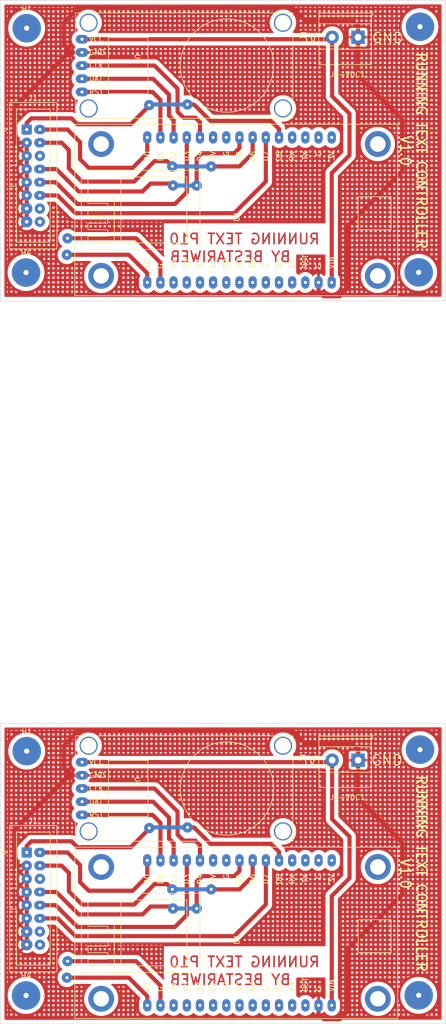
<source format=kicad_pcb>
(kicad_pcb (version 20211014) (generator pcbnew)
  (title_block (title "HYBRID PLTS MONITORING") (date "2022-06-26") (rev "0") (company "BESTARIWEB"))
  (layers (0 "F.Cu" signal) (31 "B.Cu" signal) (34 "B.Paste" user) (35 "F.Paste" user) (36 "B.SilkS" user "B.Silkscreen") (37 "F.SilkS" user "F.Silkscreen") (38 "B.Mask" user) (39 "F.Mask" user) (44 "Edge.Cuts" user))
  (net 0 "")
  (net 1 "unconnected-(U1-Pad1)")
  (net 2 "unconnected-(U1-Pad2)")
  (net 3 "GPIO2")
  (net 5 "GPIO16")
  (net 6 "GPIO14")
  (net 7 "GPIO12")
  (net 8 "GPIO13")
  (net 9 "GND")
  (net 10 "GPIO15")
  (net 11 "GPIO0")
  (net 12 "GPIO4 SDA")
  (net 13 "RXD")
  (net 14 "TXD")
  (net 15 "GPIO5 SCL")
  (net 16 "5v")
  (footprint "MountingHole:MountingHole_3.2mm_M3_ISO14580_Pad" (layer "F.Cu") (at 67.818 28.0992)
    (fp_text reference "H1" (at 0 -3.75) (layer "F.SilkS"))
    (fp_text value " ")
    (pad "1" thru_hole circle locked (at 0 0) (size 5.5 5.5) (drill 1) (layers *.Cu *.Mask))
  )
  (footprint "Connector_IDC:IDC-Header_2x08_P2.54mm_Vertical" (layer "F.Cu") (at 67.818 47.625)
    (fp_text reference "J1" (at 1.27 -6.1) (layer "F.SilkS"))
    (fp_text value "P10")
    (pad "1" thru_hole roundrect locked (at 0 0) (size 2 2) (drill 0.6) (layers *.Cu *.Mask) (roundrect_rratio 0.147059) (net 10 "GPIO15"))
    (pad "2" thru_hole oval locked (at 2.54 0) (size 2.2 1.8) (drill 0.6) (layers *.Cu *.Mask) (net 5 "GPIO16"))
    (pad "3" thru_hole circle locked (at 0 2.54) (size 2 2) (drill 0.7) (layers *.Cu *.Mask) (net 9 "GND"))
    (pad "4" thru_hole oval locked (at 2.54 2.54) (size 2.2 1.8) (drill 0.6) (layers *.Cu *.Mask) (net 7 "GPIO12"))
    (pad "5" thru_hole circle locked (at 0 5.08) (size 2 2) (drill 0.7) (layers *.Cu *.Mask) (net 9 "GND"))
    (pad "6" thru_hole circle locked (at 2.54 5.08) (size 2 2) (drill 0.8) (layers *.Cu *.Mask))
    (pad "7" thru_hole circle locked (at 0 7.62) (size 2 2) (drill 0.7) (layers *.Cu *.Mask) (net 9 "GND"))
    (pad "8" thru_hole oval locked (at 2.54 7.62) (size 2.2 1.7) (drill 0.6) (layers *.Cu *.Mask) (net 6 "GPIO14"))
    (pad "9" thru_hole circle locked (at 0 10.16) (size 2 2) (drill 0.7) (layers *.Cu *.Mask) (net 9 "GND"))
    (pad "10" thru_hole oval locked (at 2.54 10.16) (size 2.2 1.7) (drill 0.6) (layers *.Cu *.Mask) (net 11 "GPIO0"))
    (pad "11" thru_hole circle locked (at 0 12.7) (size 2 2) (drill 0.7) (layers *.Cu *.Mask) (net 9 "GND"))
    (pad "12" thru_hole oval locked (at 2.54 12.7) (size 2.2 1.7) (drill 0.6) (layers *.Cu *.Mask) (net 8 "GPIO13"))
    (pad "13" thru_hole circle locked (at 0 15.24) (size 2.2 2.2) (drill 0.7) (layers *.Cu *.Mask) (net 9 "GND"))
    (pad "14" thru_hole circle locked (at 2.54 15.24) (size 2 2) (drill 0.8) (layers *.Cu *.Mask))
    (pad "15" thru_hole circle locked (at 0 17.78) (size 2.2 2.2) (drill 0.7) (layers *.Cu *.Mask) (net 9 "GND"))
    (pad "16" thru_hole circle locked (at 2.54 17.78) (size 2 2) (drill 0.8) (layers *.Cu *.Mask))
  )
  (footprint "Module:NodeMCU_Lolin_V3" (layer "F.Cu") (at 108.839 64.389 90)
    (fp_text reference "U1" (at 0 -0.5 90 unlocked) (layer "F.SilkS"))
    (fp_text value "NODEMCU_V3")
    (fp_text user "RST" (at -10.16 12.7 90 unlocked) (layer "F.SilkS") (effects (justify left)))
    (fp_text user "SC" (at -10.16 0 90 unlocked) (layer "F.SilkS") (effects (justify left)))
    (fp_text user "3V" (at 12.7 -5.08 90 unlocked) (layer "F.SilkS") (effects (justify right)))
    (fp_text user "D7" (at 12.7 5.08 90 unlocked) (layer "F.SilkS") (effects (justify right)))
    (fp_text user "D5" (at 12.7 0 90 unlocked) (layer "F.SilkS") (effects (justify right)))
    (fp_text user "D2" (at 12.7 -12.7 90 unlocked) (layer "F.SilkS") (effects (justify right)))
    (fp_text user "RX" (at 12.7 10.16 90 unlocked) (layer "F.SilkS") (effects (justify right)))
    (fp_text user "G" (at -10.16 15.24 90 unlocked) (layer "F.SilkS") (effects (justify left)))
    (fp_text user "EN" (at -10.16 10.16 90 unlocked) (layer "F.SilkS") (effects (justify left)))
    (fp_text user "3V" (at -10.16 7.62 90 unlocked) (layer "F.SilkS") (effects (justify left)))
    (fp_text user "3V" (at 12.7 17.78 90 unlocked) (layer "F.SilkS") (effects (justify right)))
    (fp_text user "D6" (at 12.7 2.54 90 unlocked) (layer "F.SilkS") (effects (justify right)))
    (fp_text user "S3" (at -10.16 -10.16 90 unlocked) (layer "F.SilkS") (effects (justify left)))
    (fp_text user "VV" (at -10.16 -12.7 90 unlocked) (layer "F.SilkS") (effects (justify left)))
    (fp_text user "G" (at -10.16 5.08 90 unlocked) (layer "F.SilkS") (effects (justify left)))
    (fp_text user "D4" (at 12.7 -7.62 90 unlocked) (layer "F.SilkS") (effects (justify right)))
    (fp_text user "SK" (at -10.16 2.54 90 unlocked) (layer "F.SilkS") (effects (justify left)))
    (fp_text user "D0" (at 12.7 -17.78 90 unlocked) (layer "F.SilkS") (effects (justify right)))
    (fp_text user "D1" (at 12.7 -15.24 90 unlocked) (layer "F.SilkS") (effects (justify right)))
    (fp_text user "D3" (at 12.7 -10.16 90 unlocked) (layer "F.SilkS") (effects (justify right)))
    (fp_text user "S2" (at -10.16 -7.62 90 unlocked) (layer "F.SilkS") (effects (justify left)))
    (fp_text user "D8" (at 12.7 7.62 90 unlocked) (layer "F.SilkS") (effects (justify right)))
    (fp_text user "TX" (at 12.7 12.7 90 unlocked) (layer "F.SilkS") (effects (justify right)))
    (fp_text user "VIN" (at -10.16 17.78 90 unlocked) (layer "F.SilkS") (effects (justify left)))
    (fp_text user "S1" (at -10.16 -5.08 90 unlocked) (layer "F.SilkS") (effects (justify left)))
    (fp_text user "SD" (at -10.16 -2.54 90 unlocked) (layer "F.SilkS") (effects (justify left)))
    (fp_text user "G" (at -10.16 -15.24 90 unlocked) (layer "F.SilkS") (effects (justify left)))
    (fp_text user "G" (at 12.7 15.24 90 unlocked) (layer "F.SilkS") (effects (justify right)))
    (fp_text user "G" (at 12.7 -2.54 90 unlocked) (layer "F.SilkS") (effects (justify right)))
    (fp_text user "A0" (at -10.16 -17.78 90 unlocked) (layer "F.SilkS") (effects (justify left)))
    (pad "1" thru_hole oval (at -12.7 -17.78 90) (size 2.4 1.6) (drill 0.6) (layers *.Cu *.Mask) (net 1 "unconnected-(U1-Pad1)"))
    (pad "2" thru_hole oval (at -12.7 -15.24 90) (size 2.4 1.6) (drill 0.6) (layers *.Cu *.Mask) (net 2 "unconnected-(U1-Pad2)"))
    (pad "3" thru_hole oval (at -12.7 -12.7 90) (size 2.4 1.6) (drill 0.6) (layers *.Cu *.Mask))
    (pad "4" thru_hole oval (at -12.7 -10.16 90) (size 2.4 1.6) (drill 0.6) (layers *.Cu *.Mask))
    (pad "5" thru_hole oval (at -12.7 -7.62 90) (size 2.4 1.6) (drill 0.6) (layers *.Cu *.Mask))
    (pad "6" thru_hole oval (at -12.7 -5.08 90) (size 2.4 1.6) (drill 0.6) (layers *.Cu *.Mask))
    (pad "7" thru_hole oval (at -12.7 -2.54 90) (size 2.4 1.6) (drill 0.6) (layers *.Cu *.Mask))
    (pad "8" thru_hole oval (at -12.7 0 90) (size 2.4 1.6) (drill 0.6) (layers *.Cu *.Mask))
    (pad "9" thru_hole oval (at -12.7 2.54 90) (size 2.4 1.6) (drill 0.6) (layers *.Cu *.Mask))
    (pad "10" thru_hole oval (at -12.7 5.08 90) (size 2.4 1.6) (drill 0.6) (layers *.Cu *.Mask))
    (pad "11" thru_hole oval (at -12.7 7.62 90) (size 2.4 1.6) (drill 0.6) (layers *.Cu *.Mask))
    (pad "12" thru_hole oval (at -12.7 10.16 90) (size 2.4 1.6) (drill 0.6) (layers *.Cu *.Mask))
    (pad "13" thru_hole oval (at -12.7 12.7 90) (size 2.4 1.6) (drill 0.6) (layers *.Cu *.Mask))
    (pad "14" thru_hole oval (at -12.7 15.24 90) (size 2.4 1.6) (drill 0.6) (layers *.Cu *.Mask) (net 9 "GND"))
    (pad "15" thru_hole oval (at -12.7 17.78 90) (size 2.4 1.6) (drill 0.6) (layers *.Cu *.Mask) (net 16 "5v"))
    (pad "16" thru_hole oval (at 15.24 -17.78 90) (size 2.4 1.6) (drill 0.6) (layers *.Cu *.Mask) (net 5 "GPIO16"))
    (pad "17" thru_hole oval (at 15.24 -15.24 90) (size 2.4 1.6) (drill 0.6) (layers *.Cu *.Mask) (net 15 "GPIO5 SCL"))
    (pad "18" thru_hole oval (at 15.24 -12.7 90) (size 2.4 1.6) (drill 0.6) (layers *.Cu *.Mask) (net 12 "GPIO4 SDA"))
    (pad "19" thru_hole oval (at 15.24 -10.16 90) (size 2.4 1.6) (drill 0.6) (layers *.Cu *.Mask) (net 11 "GPIO0"))
    (pad "20" thru_hole oval (at 15.24 -7.62 90) (size 2.4 1.6) (drill 0.6) (layers *.Cu *.Mask) (net 3 "GPIO2"))
    (pad "21" thru_hole oval (at 15.24 -5.08 90) (size 2.4 1.6) (drill 0.6) (layers *.Cu *.Mask))
    (pad "22" thru_hole oval (at 15.24 -2.54 90) (size 2.4 1.6) (drill 0.6) (layers *.Cu *.Mask))
    (pad "23" thru_hole oval (at 15.24 0 90) (size 2.4 1.6) (drill 0.6) (layers *.Cu *.Mask) (net 6 "GPIO14"))
    (pad "24" thru_hole oval (at 15.24 2.54 90) (size 2.4 1.6) (drill 0.6) (layers *.Cu *.Mask) (net 7 "GPIO12"))
    (pad "25" thru_hole oval (at 15.24 5.08 90) (size 2.4 1.6) (drill 0.6) (layers *.Cu *.Mask) (net 8 "GPIO13"))
    (pad "26" thru_hole oval (at 15.24 7.62 90) (size 2.4 1.6) (drill 0.6) (layers *.Cu *.Mask) (net 10 "GPIO15"))
    (pad "27" thru_hole oval (at 15.24 10.16 90) (size 2.4 1.6) (drill 0.6) (layers *.Cu *.Mask) (net 13 "RXD"))
    (pad "28" thru_hole oval (at 15.24 12.7 90) (size 2.4 1.6) (drill 0.6) (layers *.Cu *.Mask) (net 14 "TXD"))
    (pad "29" thru_hole oval (at 15.24 15.24 90) (size 2.4 1.6) (drill 0.6) (layers *.Cu *.Mask))
    (pad "30" thru_hole oval (at 15.24 17.78 90) (size 2.4 1.6) (drill 0.6) (layers *.Cu *.Mask))
    (pad "31" thru_hole circle (at -11.43 -26.67 90) (size 5 5) (drill 3) (layers *.Cu *.Mask))
    (pad "32" thru_hole circle (at -11.43 26.67 90) (size 5 5) (drill 3) (layers *.Cu *.Mask))
    (pad "33" thru_hole circle (at 13.97 -26.67 90) (size 5 5) (drill 3) (layers *.Cu *.Mask))
    (pad "34" thru_hole circle (at 13.97 26.67 90) (size 5 5) (drill 3) (layers *.Cu *.Mask))
  )
  (footprint "MountingHole:MountingHole_3.2mm_M3_ISO14580_Pad" (layer "F.Cu") (at 143.644 167.1159)
    (fp_text reference "H2" hide)
    (fp_text value " " hide)
    (pad "1" thru_hole circle locked (at 0 0) (size 5.5 5.5) (drill 1) (layers *.Cu *.Mask))
  )
  (footprint "Module:NodeMCU_Lolin_V3" (layer "F.Cu") (at 108.846 203.6919 90)
    (fp_text reference "U1" (at 0 -0.5 90 unlocked) (layer "F.SilkS"))
    (fp_text value "NODEMCU_V3")
    (fp_text user "3V" (at 12.7 17.78 90 unlocked) (layer "F.SilkS") (effects (justify right)))
    (fp_text user "SC" (at -10.16 0 90 unlocked) (layer "F.SilkS") (effects (justify left)))
    (fp_text user "G" (at -10.16 15.24 90 unlocked) (layer "F.SilkS") (effects (justify left)))
    (fp_text user "D5" (at 12.7 0 90 unlocked) (layer "F.SilkS") (effects (justify right)))
    (fp_text user "S1" (at -10.16 -5.08 90 unlocked) (layer "F.SilkS") (effects (justify left)))
    (fp_text user "S3" (at -10.16 -10.16 90 unlocked) (layer "F.SilkS") (effects (justify left)))
    (fp_text user "D8" (at 12.7 7.62 90 unlocked) (layer "F.SilkS") (effects (justify right)))
    (fp_text user "EN" (at -10.16 10.16 90 unlocked) (layer "F.SilkS") (effects (justify left)))
    (fp_text user "A0" (at -10.16 -17.78 90 unlocked) (layer "F.SilkS") (effects (justify left)))
    (fp_text user "G" (at 12.7 15.24 90 unlocked) (layer "F.SilkS") (effects (justify right)))
    (fp_text user "S2" (at -10.16 -7.62 90 unlocked) (layer "F.SilkS") (effects (justify left)))
    (fp_text user "D3" (at 12.7 -10.16 90 unlocked) (layer "F.SilkS") (effects (justify right)))
    (fp_text user "D7" (at 12.7 5.08 90 unlocked) (layer "F.SilkS") (effects (justify right)))
    (fp_text user "3V" (at -10.16 7.62 90 unlocked) (layer "F.SilkS") (effects (justify left)))
    (fp_text user "G" (at 12.7 -2.54 90 unlocked) (layer "F.SilkS") (effects (justify right)))
    (fp_text user "G" (at -10.16 -15.24 90 unlocked) (layer "F.SilkS") (effects (justify left)))
    (fp_text user "G" (at -10.16 5.08 90 unlocked) (layer "F.SilkS") (effects (justify left)))
    (fp_text user "D1" (at 12.7 -15.24 90 unlocked) (layer "F.SilkS") (effects (justify right)))
    (fp_text user "TX" (at 12.7 12.7 90 unlocked) (layer "F.SilkS") (effects (justify right)))
    (fp_text user "3V" (at 12.7 -5.08 90 unlocked) (layer "F.SilkS") (effects (justify right)))
    (fp_text user "VV" (at -10.16 -12.7 90 unlocked) (layer "F.SilkS") (effects (justify left)))
    (fp_text user "SK" (at -10.16 2.54 90 unlocked) (layer "F.SilkS") (effects (justify left)))
    (fp_text user "D0" (at 12.7 -17.78 90 unlocked) (layer "F.SilkS") (effects (justify right)))
    (fp_text user "RX" (at 12.7 10.16 90 unlocked) (layer "F.SilkS") (effects (justify right)))
    (fp_text user "SD" (at -10.16 -2.54 90 unlocked) (layer "F.SilkS") (effects (justify left)))
    (fp_text user "D2" (at 12.7 -12.7 90 unlocked) (layer "F.SilkS") (effects (justify right)))
    (fp_text user "VIN" (at -10.16 17.78 90 unlocked) (layer "F.SilkS") (effects (justify left)))
    (fp_text user "D6" (at 12.7 2.54 90 unlocked) (layer "F.SilkS") (effects (justify right)))
    (fp_text user "RST" (at -10.16 12.7 90 unlocked) (layer "F.SilkS") (effects (justify left)))
    (fp_text user "D4" (at 12.7 -7.62 90 unlocked) (layer "F.SilkS") (effects (justify right)))
    (pad "1" thru_hole oval (at -12.7 -17.78 90) (size 2.4 1.6) (drill 0.6) (layers *.Cu *.Mask) (net 1 "unconnected-(U1-Pad1)"))
    (pad "2" thru_hole oval (at -12.7 -15.24 90) (size 2.4 1.6) (drill 0.6) (layers *.Cu *.Mask) (net 2 "unconnected-(U1-Pad2)"))
    (pad "3" thru_hole oval (at -12.7 -12.7 90) (size 2.4 1.6) (drill 0.6) (layers *.Cu *.Mask))
    (pad "4" thru_hole oval (at -12.7 -10.16 90) (size 2.4 1.6) (drill 0.6) (layers *.Cu *.Mask))
    (pad "5" thru_hole oval (at -12.7 -7.62 90) (size 2.4 1.6) (drill 0.6) (layers *.Cu *.Mask))
    (pad "6" thru_hole oval (at -12.7 -5.08 90) (size 2.4 1.6) (drill 0.6) (layers *.Cu *.Mask))
    (pad "7" thru_hole oval (at -12.7 -2.54 90) (size 2.4 1.6) (drill 0.6) (layers *.Cu *.Mask))
    (pad "8" thru_hole oval (at -12.7 0 90) (size 2.4 1.6) (drill 0.6) (layers *.Cu *.Mask))
    (pad "9" thru_hole oval (at -12.7 2.54 90) (size 2.4 1.6) (drill 0.6) (layers *.Cu *.Mask))
    (pad "10" thru_hole oval (at -12.7 5.08 90) (size 2.4 1.6) (drill 0.6) (layers *.Cu *.Mask))
    (pad "11" thru_hole oval (at -12.7 7.62 90) (size 2.4 1.6) (drill 0.6) (layers *.Cu *.Mask))
    (pad "12" thru_hole oval (at -12.7 10.16 90) (size 2.4 1.6) (drill 0.6) (layers *.Cu *.Mask))
    (pad "13" thru_hole oval (at -12.7 12.7 90) (size 2.4 1.6) (drill 0.6) (layers *.Cu *.Mask))
    (pad "14" thru_hole oval (at -12.7 15.24 90) (size 2.4 1.6) (drill 0.6) (layers *.Cu *.Mask) (net 9 "GND"))
    (pad "15" thru_hole oval (at -12.7 17.78 90) (size 2.4 1.6) (drill 0.6) (layers *.Cu *.Mask) (net 16 "5v"))
    (pad "16" thru_hole oval (at 15.24 -17.78 90) (size 2.4 1.6) (drill 0.6) (layers *.Cu *.Mask) (net 5 "GPIO16"))
    (pad "17" thru_hole oval (at 15.24 -15.24 90) (size 2.4 1.6) (drill 0.6) (layers *.Cu *.Mask) (net 15 "GPIO5 SCL"))
    (pad "18" thru_hole oval (at 15.24 -12.7 90) (size 2.4 1.6) (drill 0.6) (layers *.Cu *.Mask) (net 12 "GPIO4 SDA"))
    (pad "19" thru_hole oval (at 15.24 -10.16 90) (size 2.4 1.6) (drill 0.6) (layers *.Cu *.Mask) (net 11 "GPIO0"))
    (pad "20" thru_hole oval (at 15.24 -7.62 90) (size 2.4 1.6) (drill 0.6) (layers *.Cu *.Mask) (net 3 "GPIO2"))
    (pad "21" thru_hole oval (at 15.24 -5.08 90) (size 2.4 1.6) (drill 0.6) (layers *.Cu *.Mask))
    (pad "22" thru_hole oval (at 15.24 -2.54 90) (size 2.4 1.6) (drill 0.6) (layers *.Cu *.Mask))
    (pad "23" thru_hole oval (at 15.24 0 90) (size 2.4 1.6) (drill 0.6) (layers *.Cu *.Mask) (net 6 "GPIO14"))
    (pad "24" thru_hole oval (at 15.24 2.54 90) (size 2.4 1.6) (drill 0.6) (layers *.Cu *.Mask) (net 7 "GPIO12"))
    (pad "25" thru_hole oval (at 15.24 5.08 90) (size 2.4 1.6) (drill 0.6) (layers *.Cu *.Mask) (net 8 "GPIO13"))
    (pad "26" thru_hole oval (at 15.24 7.62 90) (size 2.4 1.6) (drill 0.6) (layers *.Cu *.Mask) (net 10 "GPIO15"))
    (pad "27" thru_hole oval (at 15.24 10.16 90) (size 2.4 1.6) (drill 0.6) (layers *.Cu *.Mask) (net 13 "RXD"))
    (pad "28" thru_hole oval (at 15.24 12.7 90) (size 2.4 1.6) (drill 0.6) (layers *.Cu *.Mask) (net 14 "TXD"))
    (pad "29" thru_hole oval (at 15.24 15.24 90) (size 2.4 1.6) (drill 0.6) (layers *.Cu *.Mask))
    (pad "30" thru_hole oval (at 15.24 17.78 90) (size 2.4 1.6) (drill 0.6) (layers *.Cu *.Mask))
    (pad "31" thru_hole circle (at -11.43 -26.67 90) (size 5 5) (drill 3) (layers *.Cu *.Mask))
    (pad "32" thru_hole circle (at -11.43 26.67 90) (size 5 5) (drill 3) (layers *.Cu *.Mask))
    (pad "33" thru_hole circle (at 13.97 -26.67 90) (size 5 5) (drill 3) (layers *.Cu *.Mask))
    (pad "34" thru_hole circle (at 13.97 26.67 90) (size 5 5) (drill 3) (layers *.Cu *.Mask))
  )
  (footprint "Module:RTC_DS1302" (layer "F.Cu") (at 88.646 35.306 -90)
    (fp_text reference "U2" (at -1.27 -0.5 -90 unlocked) (layer "F.SilkS"))
    (fp_text value "RTC_DS1302")
    (fp_text user "GND" (at -2.54 8.89 unlocked) (layer "F.SilkS") (effects (justify left)))
    (fp_text user "DAT" (at 2.54 8.89 unlocked) (layer "F.SilkS") (effects (justify left)))
    (fp_text user "RST" (at 5.08 8.89 unlocked) (layer "F.SilkS") (effects (justify left)))
    (fp_text user "VCC" (at -5.08 8.89 unlocked) (layer "F.SilkS") (effects (justify left)))
    (fp_text user "CLK" (at 0 8.89 unlocked) (layer "F.SilkS") (effects (justify left)))
    (pad "" thru_hole circle (at -8.255 -28.575 270) (size 3.5 3.5) (drill 3) (layers *.Cu *.Mask))
    (pad "" thru_hole circle (at 8.255 8.89 270) (size 3.5 3.5) (drill 3) (layers *.Cu *.Mask))
    (pad "" thru_hole circle (at 8.255 -28.575 270) (size 3.5 3.5) (drill 3) (layers *.Cu *.Mask))
    (pad "" thru_hole circle (at -8.255 8.89 270) (size 3.5 3.5) (drill 3) (layers *.Cu *.Mask))
    (pad "1" thru_hole oval (at -5.08 10.16 270) (size 1.7 2.4) (drill 0.6) (layers *.Cu *.Mask) (net 16 "5v"))
    (pad "2" thru_hole oval (at -2.54 10.16 270) (size 1.7 2.4) (drill 0.6) (layers *.Cu *.Mask) (net 9 "GND"))
    (pad "3" thru_hole oval (at 0 10.16 270) (size 1.7 2.4) (drill 0.6) (layers *.Cu *.Mask) (net 3 "GPIO2"))
    (pad "4" thru_hole oval (at 2.54 10.16 270) (size 1.7 2.4) (drill 0.6) (layers *.Cu *.Mask) (net 12 "GPIO4 SDA"))
    (pad "5" thru_hole oval (at 5.08 10.16 270) (size 1.7 2.4) (drill 0.6) (layers *.Cu *.Mask) (net 15 "GPIO5 SCL"))
  )
  (footprint "MountingHole:MountingHole_3.2mm_M3_ISO14580_Pad" (layer "F.Cu") (at 143.637 27.813)
    (fp_text reference "H2" hide)
    (fp_text value " " hide)
    (pad "1" thru_hole circle locked (at 0 0) (size 5.5 5.5) (drill 1) (layers *.Cu *.Mask))
  )
  (footprint "MountingHole:MountingHole_3.2mm_M3_ISO14580_Pad" (layer "F.Cu") (at 67.691 75.184)
    (fp_text reference "H4" (at 0 -3.75) (layer "F.SilkS"))
    (fp_text value " ")
    (pad "1" thru_hole circle locked (at 0 0) (size 5.5 5.5) (drill 1) (layers *.Cu *.Mask))
  )
  (footprint "TerminalBlock_Phoenix:TerminalBlock_Phoenix_MKDS-1,5-2_1x02_P5.00mm_Horizontal" (layer "F.Cu") (at 131.706 169.1479 180)
    (fp_text reference "J1-VDC1" (at 1.992 -7.163) (layer "F.SilkS"))
    (fp_text value "VDC IN")
    (pad "1" thru_hole rect locked (at 0 0 180) (size 2.6 2.6) (drill 1.3) (layers *.Cu *.Mask) (net 9 "GND"))
    (pad "2" thru_hole circle locked (at 5 0 180) (size 2.6 2.6) (drill 1.3) (layers *.Cu *.Mask) (net 16 "5v"))
  )
  (footprint "MountingHole:MountingHole_3.2mm_M3_ISO14580_Pad" (layer "F.Cu") (at 67.698 214.4869)
    (fp_text reference "H4" (at 0 -3.75) (layer "F.SilkS"))
    (fp_text value " ")
    (pad "1" thru_hole circle locked (at 0 0) (size 5.5 5.5) (drill 1) (layers *.Cu *.Mask))
  )
  (footprint "MountingHole:MountingHole_3.2mm_M3_ISO14580_Pad" (layer "F.Cu") (at 143.383 75.1518)
    (fp_text reference "H3" hide)
    (fp_text value " " hide)
    (pad "1" thru_hole circle locked (at 0 0) (size 5.5 5.5) (drill 1) (layers *.Cu *.Mask))
  )
  (footprint "TerminalBlock_Phoenix:TerminalBlock_Phoenix_MKDS-1,5-2_1x02_P5.00mm_Horizontal" (layer "F.Cu") (at 131.699 29.845 180)
    (fp_text reference "J1-VDC1" (at 1.992 -7.163) (layer "F.SilkS"))
    (fp_text value "VDC IN")
    (pad "1" thru_hole rect locked (at 0 0 180) (size 2.6 2.6) (drill 1.3) (layers *.Cu *.Mask) (net 9 "GND"))
    (pad "2" thru_hole circle locked (at 5 0 180) (size 2.6 2.6) (drill 1.3) (layers *.Cu *.Mask) (net 16 "5v"))
  )
  (footprint "MountingHole:MountingHole_3.2mm_M3_ISO14580_Pad" (layer "F.Cu") (at 143.39 214.4547)
    (fp_text reference "H3" hide)
    (fp_text value " " hide)
    (pad "1" thru_hole circle locked (at 0 0) (size 5.5 5.5) (drill 1) (layers *.Cu *.Mask))
  )
  (footprint "Module:RTC_DS1302" (layer "F.Cu") (at 88.653 174.6089 -90)
    (fp_text reference "U2" (at -1.27 -0.5 -90 unlocked) (layer "F.SilkS"))
    (fp_text value "RTC_DS1302")
    (fp_text user "VCC" (at -5.08 8.89 unlocked) (layer "F.SilkS") (effects (justify left)))
    (fp_text user "RST" (at 5.08 8.89 unlocked) (layer "F.SilkS") (effects (justify left)))
    (fp_text user "DAT" (at 2.54 8.89 unlocked) (layer "F.SilkS") (effects (justify left)))
    (fp_text user "CLK" (at 0 8.89 unlocked) (layer "F.SilkS") (effects (justify left)))
    (fp_text user "GND" (at -2.54 8.89 unlocked) (layer "F.SilkS") (effects (justify left)))
    (pad "" thru_hole circle (at -8.255 -28.575 270) (size 3.5 3.5) (drill 3) (layers *.Cu *.Mask))
    (pad "" thru_hole circle (at -8.255 8.89 270) (size 3.5 3.5) (drill 3) (layers *.Cu *.Mask))
    (pad "" thru_hole circle (at 8.255 -28.575 270) (size 3.5 3.5) (drill 3) (layers *.Cu *.Mask))
    (pad "" thru_hole circle (at 8.255 8.89 270) (size 3.5 3.5) (drill 3) (layers *.Cu *.Mask))
    (pad "1" thru_hole oval (at -5.08 10.16 270) (size 1.7 2.4) (drill 0.6) (layers *.Cu *.Mask) (net 16 "5v"))
    (pad "2" thru_hole oval (at -2.54 10.16 270) (size 1.7 2.4) (drill 0.6) (layers *.Cu *.Mask) (net 9 "GND"))
    (pad "3" thru_hole oval (at 0 10.16 270) (size 1.7 2.4) (drill 0.6) (layers *.Cu *.Mask) (net 3 "GPIO2"))
    (pad "4" thru_hole oval (at 2.54 10.16 270) (size 1.7 2.4) (drill 0.6) (layers *.Cu *.Mask) (net 12 "GPIO4 SDA"))
    (pad "5" thru_hole oval (at 5.08 10.16 270) (size 1.7 2.4) (drill 0.6) (layers *.Cu *.Mask) (net 15 "GPIO5 SCL"))
  )
  (footprint "Connector_IDC:IDC-Header_2x08_P2.54mm_Vertical" (layer "F.Cu") (at 67.825 186.9279)
    (fp_text reference "J1" (at 1.27 -6.1) (layer "F.SilkS"))
    (fp_text value "P10")
    (pad "1" thru_hole roundrect locked (at 0 0) (size 2 2) (drill 0.6) (layers *.Cu *.Mask) (roundrect_rratio 0.147059) (net 10 "GPIO15"))
    (pad "2" thru_hole oval locked (at 2.54 0) (size 2.2 1.8) (drill 0.6) (layers *.Cu *.Mask) (net 5 "GPIO16"))
    (pad "3" thru_hole circle locked (at 0 2.54) (size 2 2) (drill 0.7) (layers *.Cu *.Mask) (net 9 "GND"))
    (pad "4" thru_hole oval locked (at 2.54 2.54) (size 2.2 1.8) (drill 0.6) (layers *.Cu *.Mask) (net 7 "GPIO12"))
    (pad "5" thru_hole circle locked (at 0 5.08) (size 2 2) (drill 0.7) (layers *.Cu *.Mask) (net 9 "GND"))
    (pad "6" thru_hole circle locked (at 2.54 5.08) (size 2 2) (drill 0.8) (layers *.Cu *.Mask))
    (pad "7" thru_hole circle locked (at 0 7.62) (size 2 2) (drill 0.7) (layers *.Cu *.Mask) (net 9 "GND"))
    (pad "8" thru_hole oval locked (at 2.54 7.62) (size 2.2 1.7) (drill 0.6) (layers *.Cu *.Mask) (net 6 "GPIO14"))
    (pad "9" thru_hole circle locked (at 0 10.16) (size 2 2) (drill 0.7) (layers *.Cu *.Mask) (net 9 "GND"))
    (pad "10" thru_hole oval locked (at 2.54 10.16) (size 2.2 1.7) (drill 0.6) (layers *.Cu *.Mask) (net 11 "GPIO0"))
    (pad "11" thru_hole circle locked (at 0 12.7) (size 2 2) (drill 0.7) (layers *.Cu *.Mask) (net 9 "GND"))
    (pad "12" thru_hole oval locked (at 2.54 12.7) (size 2.2 1.7) (drill 0.6) (layers *.Cu *.Mask) (net 8 "GPIO13"))
    (pad "13" thru_hole circle locked (at 0 15.24) (size 2.2 2.2) (drill 0.7) (layers *.Cu *.Mask) (net 9 "GND"))
    (pad "14" thru_hole circle locked (at 2.54 15.24) (size 2 2) (drill 0.8) (layers *.Cu *.Mask))
    (pad "15" thru_hole circle locked (at 0 17.78) (size 2.2 2.2) (drill 0.7) (layers *.Cu *.Mask) (net 9 "GND"))
    (pad "16" thru_hole circle locked (at 2.54 17.78) (size 2 2) (drill 0.8) (layers *.Cu *.Mask))
  )
  (footprint "MountingHole:MountingHole_3.2mm_M3_ISO14580_Pad" (layer "F.Cu") (at 67.825 167.4021)
    (fp_text reference "H1" (at 0 -3.75) (layer "F.SilkS"))
    (fp_text value " ")
    (pad "1" thru_hole circle locked (at 0 0) (size 5.5 5.5) (drill 1) (layers *.Cu *.Mask))
  )
  (gr_line (start 148.59 80.6382) (end 62.724 80.6704) (layer "Edge.Cuts") (width 0.1))
  (gr_line (start 62.738 162.052) (end 62.731 219.9733) (layer "Edge.Cuts") (width 0.1))
  (gr_line (start 148.597 219.9411) (end 62.731 219.9733) (layer "Edge.Cuts") (width 0.1))
  (gr_line (start 62.738 162.052) (end 148.604 162.0198) (layer "Edge.Cuts") (width 0.1))
  (gr_line (start 148.604 162.0198) (end 148.597 219.9411) (layer "Edge.Cuts") (width 0.1))
  (gr_line (start 148.597 22.7169) (end 148.59 80.6382) (layer "Edge.Cuts") (width 0.1))
  (gr_line (start 62.731 22.7491) (end 62.724 80.6704) (layer "Edge.Cuts") (width 0.1))
  (gr_line (start 62.731 22.7491) (end 148.597 22.7169) (layer "Edge.Cuts") (width 0.1))
  (gr_text "RUNNING TEXT P10" (at 124.467 208.0099) (layer "F.Cu") (effects (font (size 2 2) (thickness 0.3)) (justify left mirror)))
  (gr_text "BY BESTARIWEB" (at 107.068 211.4389) (layer "F.Cu") (effects (font (size 2 2) (thickness 0.3)) (justify mirror)))
  (gr_text "BY BESTARIWEB" (at 107.061 72.136) (layer "F.Cu") (effects (font (size 2 2) (thickness 0.3)) (justify mirror)))
  (gr_text "RUNNING TEXT P10" (at 124.46 68.707) (layer "F.Cu") (effects (font (size 2 2) (thickness 0.3)) (justify left mirror)))
  (gr_text "GND" (at 137.414 29.972) (layer "F.SilkS") (effects (font (size 2 2) (thickness 0.2))))
  (gr_text "V1.0" (at 140.843 51.689 270) (layer "F.SilkS") (effects (font (size 2 1.8) (thickness 0.3))))
  (gr_text "RUNNING TEXT CONTROLLER" (at 143.891 51.689 270) (layer "F.SilkS") (effects (font (size 2 1.8) (thickness 0.3))))
  (gr_text "GND" (at 137.287 169.164) (layer "F.SilkS") (effects (font (size 2 2) (thickness 0.2))))
  (gr_text "V1.0" (at 140.85 190.9919 270) (layer "F.SilkS") (effects (font (size 2 1.8) (thickness 0.3))))
  (gr_text "5V" (at 122.047 30.099) (layer "F.SilkS") (effects (font (size 2 2) (thickness 0.2))))
  (gr_text "RUNNING TEXT CONTROLLER" (at 143.898 190.9919 270) (layer "F.SilkS") (effects (font (size 2 1.8) (thickness 0.3))))
  (gr_text "5V" (at 121.92 169.291) (layer "F.SilkS") (effects (font (size 2 2) (thickness 0.2))))
  (segment (start 89.669 213.2169) (end 87.51 211.0579) (width 0.8) (layer "F.Cu") (net 1))
  (segment (start 91.066 216.3919) (end 91.066 214.6139) (width 0.8) (layer "F.Cu") (net 1))
  (segment (start 91.066 214.6139) (end 89.669 213.2169) (width 0.8) (layer "F.Cu") (net 1))
  (segment (start 87.51 211.0579) (end 75.572 211.0579) (width 0.8) (layer "F.Cu") (net 1))
  (segment (start 87.503 71.755) (end 75.565 71.755) (width 0.8) (layer "F.Cu") (net 1))
  (segment (start 89.662 73.914) (end 87.503 71.755) (width 0.8) (layer "F.Cu") (net 1))
  (segment (start 91.059 75.311) (end 89.662 73.914) (width 0.8) (layer "F.Cu") (net 1))
  (segment (start 91.059 77.089) (end 91.059 75.311) (width 0.8) (layer "F.Cu") (net 1))
  (via (at 75.572 211.0579) (size 2) (drill 0.6) (layers "F.Cu" "B.Cu") (net 1))
  (via (at 75.565 71.755) (size 2) (drill 0.6) (layers "F.Cu" "B.Cu") (net 1))
  (segment (start 88.9 68.58) (end 75.692 68.58) (width 0.8) (layer "F.Cu") (net 2))
  (segment (start 89.669 208.6449) (end 88.907 207.8829) (width 0.8) (layer "F.Cu") (net 2))
  (segment (start 93.606 212.5819) (end 89.669 208.6449) (width 0.8) (layer "F.Cu") (net 2))
  (segment (start 93.599 73.279) (end 89.662 69.342) (width 0.8) (layer "F.Cu") (net 2))
  (segment (start 89.662 69.342) (end 88.9 68.58) (width 0.8) (layer "F.Cu") (net 2))
  (segment (start 93.606 216.3919) (end 93.606 212.5819) (width 0.8) (layer "F.Cu") (net 2))
  (segment (start 88.907 207.8829) (end 75.699 207.8829) (width 0.8) (layer "F.Cu") (net 2))
  (segment (start 93.599 77.089) (end 93.599 73.279) (width 0.8) (layer "F.Cu") (net 2))
  (via (at 75.692 68.58) (size 2) (drill 0.6) (layers "F.Cu" "B.Cu") (net 2))
  (via (at 75.699 207.8829) (size 2) (drill 0.6) (layers "F.Cu" "B.Cu") (net 2))
  (segment (start 101.226 185.5309) (end 101.226 188.4519) (width 0.8) (layer "F.Cu") (net 3))
  (segment (start 92.463 174.6089) (end 96.908 179.0539) (width 0.8) (layer "F.Cu") (net 3))
  (segment (start 96.908 179.0539) (end 96.908 183.4989) (width 0.8) (layer "F.Cu") (net 3))
  (segment (start 100.33 45.339) (end 101.219 46.228) (width 0.8) (layer "F.Cu") (net 3))
  (segment (start 92.456 35.306) (end 96.901 39.751) (width 0.8) (layer "F.Cu") (net 3))
  (segment (start 100.337 184.6419) (end 101.226 185.5309) (width 0.8) (layer "F.Cu") (net 3))
  (segment (start 78.493 174.6089) (end 92.463 174.6089) (width 0.8) (layer "F.Cu") (net 3))
  (segment (start 98.051 184.6419) (end 100.337 184.6419) (width 0.8) (layer "F.Cu") (net 3))
  (segment (start 78.486 35.306) (end 92.456 35.306) (width 0.8) (layer "F.Cu") (net 3))
  (segment (start 101.219 46.228) (end 101.219 49.149) (width 0.8) (layer "F.Cu") (net 3))
  (segment (start 98.044 45.339) (end 100.33 45.339) (width 0.8) (layer "F.Cu") (net 3))
  (segment (start 96.901 44.196) (end 98.044 45.339) (width 0.8) (layer "F.Cu") (net 3))
  (segment (start 96.901 39.751) (end 96.901 44.196) (width 0.8) (layer "F.Cu") (net 3))
  (segment (start 96.908 183.4989) (end 98.051 184.6419) (width 0.8) (layer "F.Cu") (net 3))
  (segment (start 88.265 54.991) (end 91.059 52.197) (width 0.8) (layer "F.Cu") (net 5))
  (segment (start 78.112 189.3409) (end 78.112 192.6429) (width 0.8) (layer "F.Cu") (net 5))
  (segment (start 88.272 194.2939) (end 91.066 191.4999) (width 0.8) (layer "F.Cu") (net 5))
  (segment (start 78.105 53.34) (end 79.756 54.991) (width 0.8) (layer "F.Cu") (net 5))
  (segment (start 78.112 192.6429) (end 79.763 194.2939) (width 0.8) (layer "F.Cu") (net 5))
  (segment (start 78.105 50.038) (end 78.105 53.34) (width 0.8) (layer "F.Cu") (net 5))
  (segment (start 70.365 186.9279) (end 75.699 186.9279) (width 0.8) (layer "F.Cu") (net 5))
  (segment (start 75.692 47.625) (end 78.105 50.038) (width 0.8) (layer "F.Cu") (net 5))
  (segment (start 75.699 186.9279) (end 78.112 189.3409) (width 0.8) (layer "F.Cu") (net 5))
  (segment (start 79.756 54.991) (end 88.265 54.991) (width 0.8) (layer "F.Cu") (net 5))
  (segment (start 70.358 47.625) (end 75.692 47.625) (width 0.8) (layer "F.Cu") (net 5))
  (segment (start 79.763 194.2939) (end 88.272 194.2939) (width 0.8) (layer "F.Cu") (net 5))
  (segment (start 91.066 191.4999) (end 91.066 188.4519) (width 0.8) (layer "F.Cu") (net 5))
  (segment (start 91.059 52.197) (end 91.059 49.149) (width 0.8) (layer "F.Cu") (net 5))
  (segment (start 101.6 52.197) (end 100.584 53.213) (width 0.8) (layer "F.Cu") (net 6))
  (segment (start 107.823 52.197) (end 102.997 52.197) (width 0.8) (layer "F.Cu") (net 6))
  (segment (start 91.694 58.039) (end 90.17 59.563) (width 0.8) (layer "F.Cu") (net 6))
  (segment (start 96.019 197.7229) (end 95.638 197.3419) (width 0.8) (layer "F.Cu") (net 6))
  (segment (start 101.607 191.4999) (end 100.591 192.5159) (width 0.8) (layer "F.Cu") (net 6))
  (segment (start 91.701 197.3419) (end 90.177 198.8659) (width 0.8) (layer "F.Cu") (net 6))
  (segment (start 96.012 58.42) (end 95.631 58.039) (width 0.8) (layer "F.Cu") (net 6))
  (segment (start 77.851 59.563) (end 73.533 55.245) (width 0.8) (layer "F.Cu") (net 6))
  (segment (start 108.846 190.4839) (end 107.83 191.4999) (width 0.8) (layer "F.Cu") (net 6))
  (segment (start 77.858 198.8659) (end 73.54 194.5479) (width 0.8) (layer "F.Cu") (net 6))
  (segment (start 102.997 52.197) (end 101.6 52.197) (width 0.8) (layer "F.Cu") (net 6))
  (segment (start 95.638 197.3419) (end 91.701 197.3419) (width 0.8) (layer "F.Cu") (net 6))
  (segment (start 90.17 59.563) (end 77.851 59.563) (width 0.8) (layer "F.Cu") (net 6))
  (segment (start 108.839 49.149) (end 108.839 51.181) (width 0.8) (layer "F.Cu") (net 6))
  (segment (start 90.177 198.8659) (end 77.858 198.8659) (width 0.8) (layer "F.Cu") (net 6))
  (segment (start 100.591 192.5159) (end 100.591 197.7229) (width 0.8) (layer "F.Cu") (net 6))
  (segment (start 95.631 58.039) (end 91.694 58.039) (width 0.8) (layer "F.Cu") (net 6))
  (segment (start 108.846 188.4519) (end 108.846 190.4839) (width 0.8) (layer "F.Cu") (net 6))
  (segment (start 103.004 191.4999) (end 101.607 191.4999) (width 0.8) (layer "F.Cu") (net 6))
  (segment (start 73.533 55.245) (end 70.358 55.245) (width 0.8) (layer "F.Cu") (net 6))
  (segment (start 107.83 191.4999) (end 103.004 191.4999) (width 0.8) (layer "F.Cu") (net 6))
  (segment (start 108.839 51.181) (end 107.823 52.197) (width 0.8) (layer "F.Cu") (net 6))
  (segment (start 100.584 53.213) (end 100.584 58.42) (width 0.8) (layer "F.Cu") (net 6))
  (segment (start 73.54 194.5479) (end 70.365 194.5479) (width 0.8) (layer "F.Cu") (net 6))
  (via (at 96.012 58.42) (size 2) (drill 0.6) (layers "F.Cu" "B.Cu") (net 6))
  (via (at 96.019 197.7229) (size 2) (drill 0.6) (layers "F.Cu" "B.Cu") (net 6))
  (via (at 100.584 58.42) (size 2) (drill 0.6) (layers "F.Cu" "B.Cu") (net 6))
  (via (at 100.591 197.7229) (size 2) (drill 0.6) (layers "F.Cu" "B.Cu") (net 6))
  (segment (start 100.584 58.42) (end 96.012 58.42) (width 0.8) (layer "B.Cu") (net 6))
  (segment (start 100.591 197.7229) (end 96.019 197.7229) (width 0.8) (layer "B.Cu") (net 6))
  (segment (start 75.946 55.118) (end 75.946 51.562) (width 0.8) (layer "F.Cu") (net 7))
  (segment (start 109.601 53.975) (end 108.839 54.737) (width 0.8) (layer "F.Cu") (net 7))
  (segment (start 108.839 54.737) (end 103.378 54.737) (width 0.8) (layer "F.Cu") (net 7))
  (segment (start 92.456 53.721) (end 88.519 57.658) (width 0.8) (layer "F.Cu") (net 7))
  (segment (start 95.885 54.737) (end 94.869 53.721) (width 0.8) (layer "F.Cu") (net 7))
  (segment (start 108.846 194.0399) (end 103.385 194.0399) (width 0.8) (layer "F.Cu") (net 7))
  (segment (start 74.556 189.4679) (end 70.365 189.4679) (width 0.8) (layer "F.Cu") (net 7))
  (segment (start 78.493 196.9609) (end 75.953 194.4209) (width 0.8) (layer "F.Cu") (net 7))
  (segment (start 109.608 193.2779) (end 108.846 194.0399) (width 0.8) (layer "F.Cu") (net 7))
  (segment (start 74.549 50.165) (end 70.358 50.165) (width 0.8) (layer "F.Cu") (net 7))
  (segment (start 75.953 190.8649) (end 74.556 189.4679) (width 0.8) (layer "F.Cu") (net 7))
  (segment (start 75.946 51.562) (end 74.549 50.165) (width 0.8) (layer "F.Cu") (net 7))
  (segment (start 111.386 191.4999) (end 109.608 193.2779) (width 0.8) (layer "F.Cu") (net 7))
  (segment (start 111.386 188.4519) (end 111.386 191.4999) (width 0.8) (layer "F.Cu") (net 7))
  (segment (start 111.379 49.149) (end 111.379 52.197) (width 0.8) (layer "F.Cu") (net 7))
  (segment (start 92.463 193.0239) (end 88.526 196.9609) (width 0.8) (layer "F.Cu") (net 7))
  (segment (start 111.379 52.197) (end 109.601 53.975) (width 0.8) (layer "F.Cu") (net 7))
  (segment (start 78.486 57.658) (end 75.946 55.118) (width 0.8) (layer "F.Cu") (net 7))
  (segment (start 94.869 53.721) (end 92.456 53.721) (width 0.8) (layer "F.Cu") (net 7))
  (segment (start 94.876 193.0239) (end 92.463 193.0239) (width 0.8) (layer "F.Cu") (net 7))
  (segment (start 88.526 196.9609) (end 78.493 196.9609) (width 0.8) (layer "F.Cu") (net 7))
  (segment (start 95.892 194.0399) (end 94.876 193.0239) (width 0.8) (layer "F.Cu") (net 7))
  (segment (start 75.953 194.4209) (end 75.953 190.8649) (width 0.8) (layer "F.Cu") (net 7))
  (segment (start 88.519 57.658) (end 78.486 57.658) (width 0.8) (layer "F.Cu") (net 7))
  (via (at 103.378 54.737) (size 2) (drill 0.6) (layers "F.Cu" "B.Cu") (net 7))
  (via (at 103.385 194.0399) (size 2) (drill 0.6) (layers "F.Cu" "B.Cu") (net 7))
  (via (at 95.892 194.0399) (size 2) (drill 0.6) (layers "F.Cu" "B.Cu") (net 7))
  (via (at 95.885 54.737) (size 2) (drill 0.6) (layers "F.Cu" "B.Cu") (net 7))
  (segment (start 103.385 194.0399) (end 95.892 194.0399) (width 0.8) (layer "B.Cu") (net 7))
  (segment (start 103.378 54.737) (end 95.885 54.737) (width 0.8) (layer "B.Cu") (net 7))
  (segment (start 107.83 203.0569) (end 113.926 196.9609) (width 0.8) (layer "F.Cu") (net 8))
  (segment (start 73.787 60.325) (end 77.216 63.754) (width 0.8) (layer "F.Cu") (net 8))
  (segment (start 77.216 63.754) (end 107.823 63.754) (width 0.8) (layer "F.Cu") (net 8))
  (segment (start 107.823 63.754) (end 113.919 57.658) (width 0.8) (layer "F.Cu") (net 8))
  (segment (start 70.358 60.325) (end 73.787 60.325) (width 0.8) (layer "F.Cu") (net 8))
  (segment (start 113.926 196.9609) (end 113.926 188.4519) (width 0.8) (layer "F.Cu") (net 8))
  (segment (start 77.223 203.0569) (end 107.83 203.0569) (width 0.8) (layer "F.Cu") (net 8))
  (segment (start 113.919 57.658) (end 113.919 49.149) (width 0.8) (layer "F.Cu") (net 8))
  (segment (start 73.794 199.6279) (end 77.223 203.0569) (width 0.8) (layer "F.Cu") (net 8))
  (segment (start 70.365 199.6279) (end 73.794 199.6279) (width 0.8) (layer "F.Cu") (net 8))
  (segment (start 75.064 170.5449) (end 76.588 172.0689) (width 0.8) (layer "F.Cu") (net 9))
  (segment (start 131.706 167.1159) (end 130.563 165.9729) (width 0.8) (layer "F.Cu") (net 9))
  (segment (start 130.556 26.67) (end 121.539 26.67) (width 0.8) (layer "F.Cu") (net 9))
  (segment (start 67.825 189.4679) (end 65.793 189.4679) (width 0.8) (layer "F.Cu") (net 9))
  (segment (start 77.851 24.13) (end 75.057 26.924) (width 0.8) (layer "F.Cu") (net 9))
  (segment (start 65.412 189.0869) (end 65.412 182.7369) (width 0.8) (layer "F.Cu") (net 9))
  (segment (start 65.412 182.7369) (end 76.08 172.0689) (width 0.8) (layer "F.Cu") (net 9))
  (segment (start 76.581 32.766) (end 78.486 32.766) (width 0.8) (layer "F.Cu") (net 9))
  (segment (start 125.095 79.756) (end 128.143 79.756) (width 0.8) (layer "F.Cu") (net 9))
  (segment (start 121.539 26.67) (end 118.999 24.13) (width 0.8) (layer "F.Cu") (net 9))
  (segment (start 128.15 219.0589) (end 129.801 217.4079) (width 0.8) (layer "F.Cu") (net 9))
  (segment (start 140.215 185.0229) (end 131.706 176.5139) (width 0.8) (layer "F.Cu") (net 9))
  (segment (start 118.999 24.13) (end 77.851 24.13) (width 0.8) (layer "F.Cu") (net 9))
  (segment (start 130.563 165.9729) (end 121.546 165.9729) (width 0.8) (layer "F.Cu") (net 9))
  (segment (start 129.794 78.105) (end 129.794 66.04) (width 0.8) (layer "F.Cu") (net 9))
  (segment (start 140.208 55.626) (end 140.208 45.72) (width 0.8) (layer "F.Cu") (net 9))
  (segment (start 76.08 172.0689) (end 76.588 172.0689) (width 0.8) (layer "F.Cu") (net 9))
  (segment (start 124.079 78.74) (end 125.095 79.756) (width 0.8) (layer "F.Cu") (net 9))
  (segment (start 75.057 31.242) (end 76.581 32.766) (width 0.8) (layer "F.Cu") (net 9))
  (segment (start 65.793 189.4679) (end 65.412 189.0869) (width 0.8) (layer "F.Cu") (net 9))
  (segment (start 129.801 217.4079) (end 129.801 205.3429) (width 0.8) (layer "F.Cu") (net 9))
  (segment (start 124.079 77.089) (end 124.079 78.74) (width 0.8) (layer "F.Cu") (net 9))
  (segment (start 67.818 65.405) (end 67.818 50.165) (width 0.8) (layer "F.Cu") (net 9))
  (segment (start 140.215 194.9289) (end 140.215 185.0229) (width 0.8) (layer "F.Cu") (net 9))
  (segment (start 76.588 172.0689) (end 78.493 172.0689) (width 0.8) (layer "F.Cu") (net 9))
  (segment (start 65.405 49.784) (end 65.405 43.434) (width 0.8) (layer "F.Cu") (net 9))
  (segment (start 124.086 218.0429) (end 125.102 219.0589) (width 0.8) (layer "F.Cu") (net 9))
  (segment (start 75.057 26.924) (end 75.057 31.242) (width 0.8) (layer "F.Cu") (net 9))
  (segment (start 131.699 29.845) (end 131.699 27.813) (width 0.8) (layer "F.Cu") (net 9))
  (segment (start 131.699 37.211) (end 131.699 29.845) (width 0.8) (layer "F.Cu") (net 9))
  (segment (start 75.064 166.2269) (end 75.064 170.5449) (width 0.8) (layer "F.Cu") (net 9))
  (segment (start 124.086 216.3919) (end 124.086 218.0429) (width 0.8) (layer "F.Cu") (net 9))
  (segment (start 140.208 45.72) (end 131.699 37.211) (width 0.8) (layer "F.Cu") (net 9))
  (segment (start 128.143 79.756) (end 129.794 78.105) (width 0.8) (layer "F.Cu") (net 9))
  (segment (start 125.102 219.0589) (end 128.15 219.0589) (width 0.8) (layer "F.Cu") (net 9))
  (segment (start 131.706 176.5139) (end 131.706 169.1479) (width 0.8) (layer "F.Cu") (net 9))
  (segment (start 67.818 50.165) (end 65.786 50.165) (width 0.8) (layer "F.Cu") (net 9))
  (segment (start 76.073 32.766) (end 76.581 32.766) (width 0.8) (layer "F.Cu") (net 9))
  (segment (start 131.699 27.813) (end 130.556 26.67) (width 0.8) (layer "F.Cu") (net 9))
  (segment (start 65.405 43.434) (end 76.073 32.766) (width 0.8) (layer "F.Cu") (net 9))
  (segment (start 67.825 204.7079) (end 67.825 189.4679) (width 0.8) (layer "F.Cu") (net 9))
  (segment (start 119.006 163.4329) (end 77.858 163.4329) (width 0.8) (layer "F.Cu") (net 9))
  (segment (start 129.801 205.3429) (end 140.215 194.9289) (width 0.8) (layer "F.Cu") (net 9))
  (segment (start 65.786 50.165) (end 65.405 49.784) (width 0.8) (layer "F.Cu") (net 9))
  (segment (start 77.858 163.4329) (end 75.064 166.2269) (width 0.8) (layer "F.Cu") (net 9))
  (segment (start 131.706 169.1479) (end 131.706 167.1159) (width 0.8) (layer "F.Cu") (net 9))
  (segment (start 121.546 165.9729) (end 119.006 163.4329) (width 0.8) (layer "F.Cu") (net 9))
  (segment (start 129.794 66.04) (end 140.208 55.626) (width 0.8) (layer "F.Cu") (net 9))
  (segment (start 77.597 46.609) (end 76.454 45.466) (width 0.8) (layer "F.Cu") (net 10))
  (segment (start 87.884 46.609) (end 77.597 46.609) (width 0.8) (layer "F.Cu") (net 10))
  (segment (start 100.083 182.1019) (end 103.258 185.2769) (width 0.8) (layer "F.Cu") (net 10))
  (segment (start 116.466 186.8009) (end 116.466 188.4519) (width 0.8) (layer "F.Cu") (net 10))
  (segment (start 87.891 185.9119) (end 77.604 185.9119) (width 0.8) (layer "F.Cu") (net 10))
  (segment (start 100.076 42.799) (end 103.251 45.974) (width 0.8) (layer "F.Cu") (net 10))
  (segment (start 67.825 185.6579) (end 67.825 186.9279) (width 0.8) (layer "F.Cu") (net 10))
  (segment (start 76.454 45.466) (end 68.707 45.466) (width 0.8) (layer "F.Cu") (net 10))
  (segment (start 68.707 45.466) (end 67.818 46.355) (width 0.8) (layer "F.Cu") (net 10))
  (segment (start 114.935 45.974) (end 116.459 47.498) (width 0.8) (layer "F.Cu") (net 10))
  (segment (start 91.44 42.926) (end 91.44 43.053) (width 0.8) (layer "F.Cu") (net 10))
  (segment (start 103.251 45.974) (end 114.935 45.974) (width 0.8) (layer "F.Cu") (net 10))
  (segment (start 76.461 184.7689) (end 68.714 184.7689) (width 0.8) (layer "F.Cu") (net 10))
  (segment (start 98.813 182.1019) (end 100.083 182.1019) (width 0.8) (layer "F.Cu") (net 10))
  (segment (start 116.459 47.498) (end 116.459 49.149) (width 0.8) (layer "F.Cu") (net 10))
  (segment (start 98.806 42.799) (end 100.076 42.799) (width 0.8) (layer "F.Cu") (net 10))
  (segment (start 91.44 43.053) (end 87.884 46.609) (width 0.8) (layer "F.Cu") (net 10))
  (segment (start 91.447 182.2289) (end 91.447 182.3559) (width 0.8) (layer "F.Cu") (net 10))
  (segment (start 114.942 185.2769) (end 116.466 186.8009) (width 0.8) (layer "F.Cu") (net 10))
  (segment (start 91.447 182.3559) (end 87.891 185.9119) (width 0.8) (layer "F.Cu") (net 10))
  (segment (start 68.714 184.7689) (end 67.825 185.6579) (width 0.8) (layer "F.Cu") (net 10))
  (segment (start 103.258 185.2769) (end 114.942 185.2769) (width 0.8) (layer "F.Cu") (net 10))
  (segment (start 67.818 46.355) (end 67.818 47.625) (width 0.8) (layer "F.Cu") (net 10))
  (segment (start 77.604 185.9119) (end 76.461 184.7689) (width 0.8) (layer "F.Cu") (net 10))
  (via (at 98.813 182.1019) (size 2) (drill 0.6) (layers "F.Cu" "B.Cu") (net 10))
  (via (at 91.447 182.2289) (size 2) (drill 0.6) (layers "F.Cu" "B.Cu") (net 10))
  (via (at 98.806 42.799) (size 2) (drill 0.6) (layers "F.Cu" "B.Cu") (net 10))
  (via (at 91.44 42.926) (size 2) (drill 0.6) (layers "F.Cu" "B.Cu") (net 10))
  (segment (start 91.574 182.1019) (end 91.447 182.2289) (width 0.8) (layer "B.Cu") (net 10))
  (segment (start 91.567 42.799) (end 91.44 42.926) (width 0.8) (layer "B.Cu") (net 10))
  (segment (start 98.806 42.799) (end 91.567 42.799) (width 0.8) (layer "B.Cu") (net 10))
  (segment (start 98.813 182.1019) (end 91.574 182.1019) (width 0.8) (layer "B.Cu") (net 10))
  (segment (start 96.393 61.976) (end 98.679 59.69) (width 0.8) (layer "F.Cu") (net 11))
  (segment (start 70.365 197.0879) (end 73.413 197.0879) (width 0.8) (layer "F.Cu") (net 11))
  (segment (start 98.679 59.69) (end 98.679 49.149) (width 0.8) (layer "F.Cu") (net 11))
  (segment (start 98.686 198.9929) (end 98.686 188.4519) (width 0.8) (layer "F.Cu") (net 11))
  (segment (start 77.597 61.976) (end 96.393 61.976) (width 0.8) (layer "F.Cu") (net 11))
  (segment (start 77.604 201.2789) (end 96.4 201.2789) (width 0.8) (layer "F.Cu") (net 11))
  (segment (start 96.4 201.2789) (end 98.686 198.9929) (width 0.8) (layer "F.Cu") (net 11))
  (segment (start 73.413 197.0879) (end 77.604 201.2789) (width 0.8) (layer "F.Cu") (net 11))
  (segment (start 70.358 57.785) (end 73.406 57.785) (width 0.8) (layer "F.Cu") (net 11))
  (segment (start 73.406 57.785) (end 77.597 61.976) (width 0.8) (layer "F.Cu") (net 11))
  (segment (start 78.493 177.1489) (end 92.209 177.1489) (width 0.8) (layer "F.Cu") (net 12))
  (segment (start 96.139 45.847) (end 96.139 49.149) (width 0.8) (layer "F.Cu") (net 12))
  (segment (start 78.486 37.846) (end 92.202 37.846) (width 0.8) (layer "F.Cu") (net 12))
  (segment (start 95.257 184.2609) (end 96.146 185.1499) (width 0.8) (layer "F.Cu") (net 12))
  (segment (start 95.25 40.894) (end 95.25 44.958) (width 0.8) (layer "F.Cu") (net 12))
  (segment (start 92.209 177.1489) (end 95.257 180.1969) (width 0.8) (layer "F.Cu") (net 12))
  (segment (start 95.257 180.1969) (end 95.257 184.2609) (width 0.8) (layer "F.Cu") (net 12))
  (segment (start 95.25 44.958) (end 96.139 45.847) (width 0.8) (layer "F.Cu") (net 12))
  (segment (start 96.146 185.1499) (end 96.146 188.4519) (width 0.8) (layer "F.Cu") (net 12))
  (segment (start 92.202 37.846) (end 95.25 40.894) (width 0.8) (layer "F.Cu") (net 12))
  (segment (start 93.599 41.91) (end 93.599 49.149) (width 0.8) (layer "F.Cu") (net 15))
  (segment (start 92.082 179.6889) (end 93.606 181.2129) (width 0.8) (layer "F.Cu") (net 15))
  (segment (start 78.486 40.386) (end 92.075 40.386) (width 0.8) (layer "F.Cu") (net 15))
  (segment (start 78.493 179.6889) (end 92.082 179.6889) (width 0.8) (layer "F.Cu") (net 15))
  (segment (start 92.075 40.386) (end 93.599 41.91) (width 0.8) (layer "F.Cu") (net 15))
  (segment (start 93.606 181.2129) (end 93.606 188.4519) (width 0.8) (layer "F.Cu") (net 15))
  (segment (start 126.699 41.228) (end 130.048 44.577) (width 0.8) (layer "F.Cu") (net 16))
  (segment (start 126.706 169.1479) (end 126.706 180.5309) (width 0.8) (layer "F.Cu") (net 16))
  (segment (start 78.486 30.226) (end 126.318 30.226) (width 0.8) (layer "F.Cu") (net 16))
  (segment (start 130.055 183.8799) (end 130.055 191.8809) (width 0.8) (layer "F.Cu") (net 16))
  (segment (start 130.055 191.8809) (end 126.626 195.3099) (width 0.8) (layer "F.Cu") (net 16))
  (segment (start 126.619 56.007) (end 126.619 77.089) (width 0.8) (layer "F.Cu") (net 16))
  (segment (start 126.706 180.5309) (end 130.055 183.8799) (width 0.8) (layer "F.Cu") (net 16))
  (segment (start 130.048 52.578) (end 126.619 56.007) (width 0.8) (layer "F.Cu") (net 16))
  (segment (start 78.493 169.5289) (end 126.325 169.5289) (width 0.8) (layer "F.Cu") (net 16))
  (segment (start 126.325 169.5289) (end 126.706 169.1479) (width 0.8) (layer "F.Cu") (net 16))
  (segment (start 126.318 30.226) (end 126.699 29.845) (width 0.8) (layer "F.Cu") (net 16))
  (segment (start 130.048 44.577) (end 130.048 52.578) (width 0.8) (layer "F.Cu") (net 16))
  (segment (start 126.699 29.845) (end 126.699 41.228) (width 0.8) (layer "F.Cu") (net 16))
  (segment (start 126.626 195.3099) (end 126.626 216.3919) (width 0.8) (layer "F.Cu") (net 16))
  (zone (net 9) (net_name "GND") (layer "F.Cu") (connect_pads (clearance 0.8)) (min_thickness 0.254) (fill yes (mode hatch) (thermal_gap 0.508) (thermal_bridge_width 0.508) (hatch_thickness 0.5) (hatch_gap 0.4) (hatch_orientation 0) (hatch_border_algorithm hatch_thickness) (hatch_min_hole_area 0.3))
    (polygon (pts (xy 148.336 80.391) (xy 63.119 80.391) (xy 63.119 23.114) (xy 148.336 23.114)))
  )
  (zone (net 9) (net_name "GND") (layer "F.Cu") (connect_pads (clearance 0.8)) (min_thickness 0.254) (fill yes (mode hatch) (thermal_gap 0.508) (thermal_bridge_width 0.508) (hatch_thickness 0.5) (hatch_gap 0.4) (hatch_orientation 0) (hatch_border_algorithm hatch_thickness) (hatch_min_hole_area 0.3))
    (polygon (pts (xy 148.343 219.6939) (xy 63.126 219.6939) (xy 63.126 162.4169) (xy 148.343 162.4169)))
  )
)
</source>
